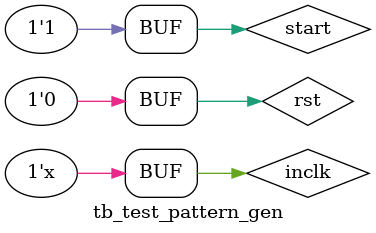
<source format=v>
`timescale 1ns / 1ps


module tb_test_pattern_gen(

);
    reg inclk;
    reg rst;
    reg start;
    wire lvds_chan0_p;
    wire lvds_chan0_n;
    wire lvds_chan1_p;
    wire lvds_chan1_n;
    wire lvds_chan2_p;
    wire lvds_chan2_n;
    wire lvds_chan3_p;
    wire lvds_chan3_n;
    wire lvds_chan4_p;
    wire lvds_chan4_n;
    wire lvds_chan5_p;
    wire lvds_chan5_n;
    wire lvds_chan6_p;
    wire lvds_chan6_n;
    wire lvds_chan7_p;
    wire lvds_chan7_n;
    wire lvds_clk_p;
    wire lvds_clk_n;

    initial begin
        inclk = 1'b0;
        rst = 1'b1;
        # 100 rst = 1'b0;
        start = 1'b1;
    end

    always #13.468   inclk = ~inclk;

    test_pattern_gen test_pattern_gen_inst(
        .inclk(inclk),
        .rst(rst),
//        .start(start),
        .lvds_chan0_p(lvds_chan0_p),
        .lvds_chan0_n(lvds_chan0_n),
        .lvds_chan1_p(lvds_chan1_p),
        .lvds_chan1_n(lvds_chan1_n),
        .lvds_chan2_p(lvds_chan2_p),
        .lvds_chan2_n(lvds_chan2_n),
        .lvds_chan3_p(lvds_chan3_p),
        .lvds_chan3_n(lvds_chan3_n),
        .lvds_chan4_p(lvds_chan4_p),
        .lvds_chan4_n(lvds_chan4_n),
        .lvds_chan5_p(lvds_chan5_p),
        .lvds_chan5_n(lvds_chan5_n),
        .lvds_chan6_p(lvds_chan6_p),
        .lvds_chan6_n(lvds_chan6_n),
        .lvds_chan7_p(lvds_chan7_p),
        .lvds_chan7_n(lvds_chan7_n),
        .lvds_clk_p(lvds_clk_p),
        .lvds_clk_n(lvds_clk_n)
    );
endmodule

</source>
